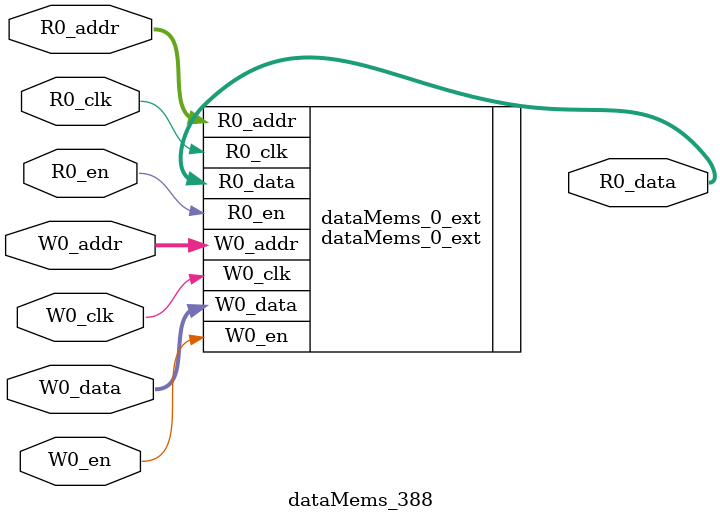
<source format=sv>
`ifndef RANDOMIZE
  `ifdef RANDOMIZE_REG_INIT
    `define RANDOMIZE
  `endif // RANDOMIZE_REG_INIT
`endif // not def RANDOMIZE
`ifndef RANDOMIZE
  `ifdef RANDOMIZE_MEM_INIT
    `define RANDOMIZE
  `endif // RANDOMIZE_MEM_INIT
`endif // not def RANDOMIZE

`ifndef RANDOM
  `define RANDOM $random
`endif // not def RANDOM

// Users can define 'PRINTF_COND' to add an extra gate to prints.
`ifndef PRINTF_COND_
  `ifdef PRINTF_COND
    `define PRINTF_COND_ (`PRINTF_COND)
  `else  // PRINTF_COND
    `define PRINTF_COND_ 1
  `endif // PRINTF_COND
`endif // not def PRINTF_COND_

// Users can define 'ASSERT_VERBOSE_COND' to add an extra gate to assert error printing.
`ifndef ASSERT_VERBOSE_COND_
  `ifdef ASSERT_VERBOSE_COND
    `define ASSERT_VERBOSE_COND_ (`ASSERT_VERBOSE_COND)
  `else  // ASSERT_VERBOSE_COND
    `define ASSERT_VERBOSE_COND_ 1
  `endif // ASSERT_VERBOSE_COND
`endif // not def ASSERT_VERBOSE_COND_

// Users can define 'STOP_COND' to add an extra gate to stop conditions.
`ifndef STOP_COND_
  `ifdef STOP_COND
    `define STOP_COND_ (`STOP_COND)
  `else  // STOP_COND
    `define STOP_COND_ 1
  `endif // STOP_COND
`endif // not def STOP_COND_

// Users can define INIT_RANDOM as general code that gets injected into the
// initializer block for modules with registers.
`ifndef INIT_RANDOM
  `define INIT_RANDOM
`endif // not def INIT_RANDOM

// If using random initialization, you can also define RANDOMIZE_DELAY to
// customize the delay used, otherwise 0.002 is used.
`ifndef RANDOMIZE_DELAY
  `define RANDOMIZE_DELAY 0.002
`endif // not def RANDOMIZE_DELAY

// Define INIT_RANDOM_PROLOG_ for use in our modules below.
`ifndef INIT_RANDOM_PROLOG_
  `ifdef RANDOMIZE
    `ifdef VERILATOR
      `define INIT_RANDOM_PROLOG_ `INIT_RANDOM
    `else  // VERILATOR
      `define INIT_RANDOM_PROLOG_ `INIT_RANDOM #`RANDOMIZE_DELAY begin end
    `endif // VERILATOR
  `else  // RANDOMIZE
    `define INIT_RANDOM_PROLOG_
  `endif // RANDOMIZE
`endif // not def INIT_RANDOM_PROLOG_

// Include register initializers in init blocks unless synthesis is set
`ifndef SYNTHESIS
  `ifndef ENABLE_INITIAL_REG_
    `define ENABLE_INITIAL_REG_
  `endif // not def ENABLE_INITIAL_REG_
`endif // not def SYNTHESIS

// Include rmemory initializers in init blocks unless synthesis is set
`ifndef SYNTHESIS
  `ifndef ENABLE_INITIAL_MEM_
    `define ENABLE_INITIAL_MEM_
  `endif // not def ENABLE_INITIAL_MEM_
`endif // not def SYNTHESIS

module dataMems_388(	// @[generators/ara/src/main/scala/UnsafeAXI4ToTL.scala:365:62]
  input  [4:0]  R0_addr,
  input         R0_en,
  input         R0_clk,
  output [66:0] R0_data,
  input  [4:0]  W0_addr,
  input         W0_en,
  input         W0_clk,
  input  [66:0] W0_data
);

  dataMems_0_ext dataMems_0_ext (	// @[generators/ara/src/main/scala/UnsafeAXI4ToTL.scala:365:62]
    .R0_addr (R0_addr),
    .R0_en   (R0_en),
    .R0_clk  (R0_clk),
    .R0_data (R0_data),
    .W0_addr (W0_addr),
    .W0_en   (W0_en),
    .W0_clk  (W0_clk),
    .W0_data (W0_data)
  );
endmodule


</source>
